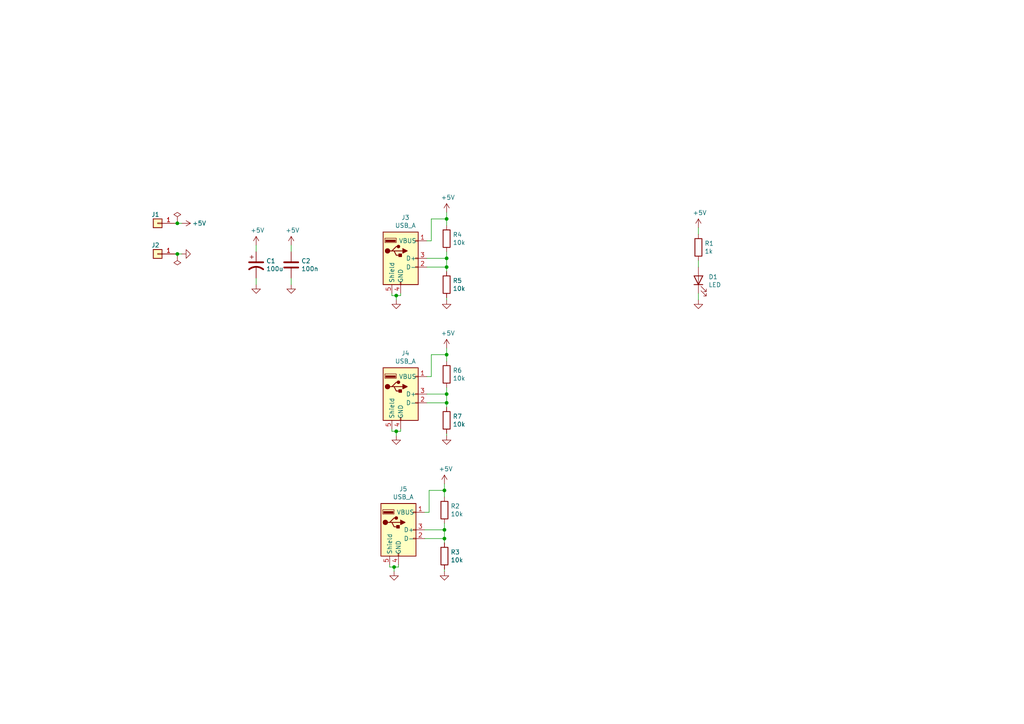
<source format=kicad_sch>
(kicad_sch (version 20200512) (host eeschema "(5.99.0-1879-g3bd4c0c5d)")
  (page 1 1)
  (paper "A4")
  (lib_symbols
    (symbol "Connector:USB_A"
      (property "Reference" "J" (at -5.08 11.43 0))
      (property "Value" "USB_A" (at -5.08 8.89 0))
      (symbol "USB_A_0_1"
        (circle (center -3.81 2.159) (radius 0.635) (stroke (width 0.254)) (fill (type outline)))
        (circle (center -0.635 3.429) (radius 0.381) (stroke (width 0.254)) (fill (type outline)))
        (rectangle (start -5.08 -7.62) (end 5.08 7.62) (stroke (width 0.254)) (fill (type background)))
        (rectangle (start -1.524 4.826) (end -4.318 5.334) (fill (type outline)))
        (rectangle (start -1.27 4.572) (end -4.572 5.842))
        (rectangle (start -0.127 -7.62) (end 0.127 -6.858))
        (rectangle (start 0.254 1.27) (end -0.508 0.508) (stroke (width 0.254)) (fill (type outline)))
        (rectangle (start 5.08 -2.667) (end 4.318 -2.413))
        (rectangle (start 5.08 -0.127) (end 4.318 0.127))
        (rectangle (start 5.08 4.953) (end 4.318 5.207))
        (polyline (pts (xy -3.175 2.159) (xy -2.54 2.159) (xy -1.27 3.429) (xy -0.635 3.429)) (stroke (width 0.254)))
        (polyline (pts (xy -2.54 2.159) (xy -1.905 2.159) (xy -1.27 0.889) (xy 0 0.889)) (stroke (width 0.254)))
        (polyline (pts (xy 0.635 2.794) (xy 0.635 1.524) (xy 1.905 2.159) (xy 0.635 2.794)) (stroke (width 0.254)) (fill (type outline)))
      )
      (symbol "USB_A_1_1"
        (polyline (pts (xy -1.905 2.159) (xy 0.635 2.159)) (stroke (width 0.254)))
        (pin power_in line (at 7.62 5.08 180) (length 2.54) (name "VBUS") (number "1"))
        (pin passive line (at 7.62 -2.54 180) (length 2.54) (name "D-") (number "2"))
        (pin passive line (at 7.62 0 180) (length 2.54) (name "D+") (number "3"))
        (pin power_in line (at 0 -10.16 90) (length 2.54) (name "GND") (number "4"))
        (pin passive line (at -2.54 -10.16 90) (length 2.54) (name "Shield") (number "5"))
      )
    )
    (symbol "Connector_Generic:Conn_01x01" (pin_names hide)
      (property "Reference" "J" (at 0 2.54 0))
      (property "Value" "Conn_01x01" (at 0 -2.54 0))
      (symbol "Conn_01x01_1_1"
        (rectangle (start -1.27 0.127) (end 0 -0.127))
        (rectangle (start -1.27 1.27) (end 1.27 -1.27) (stroke (width 0.254)) (fill (type background)))
        (pin passive line (at -5.08 0 0) (length 3.81) (name "Pin_1") (number "1"))
      )
    )
    (symbol "Device:C" (pin_numbers hide) (pin_names (offset 0.254))
      (property "Reference" "C" (at 0.635 2.54 0))
      (property "Value" "C" (at 0.635 -2.54 0))
      (symbol "C_0_1"
        (polyline (pts (xy -2.032 -0.762) (xy 2.032 -0.762)) (stroke (width 0.508)))
        (polyline (pts (xy -2.032 0.762) (xy 2.032 0.762)) (stroke (width 0.508)))
      )
      (symbol "C_1_1"
        (pin passive line (at 0 3.81 270) (length 2.794) (name "~") (number "1"))
        (pin passive line (at 0 -3.81 90) (length 2.794) (name "~") (number "2"))
      )
    )
    (symbol "Device:CP1" (pin_numbers hide) (pin_names (offset 0.254) hide)
      (property "Reference" "C" (at 0.635 2.54 0))
      (property "Value" "CP1" (at 0.635 -2.54 0))
      (symbol "CP1_0_1"
        (arc (start -2.032 -1.27) (end 2.032 -1.27) (radius (at 0 -3.81) (length 3.2512) (angles 128.7 51.3)) (stroke (width 0.508)))
        (polyline (pts (xy -2.032 0.762) (xy 2.032 0.762)) (stroke (width 0.508)))
        (polyline (pts (xy -1.778 2.286) (xy -0.762 2.286)))
        (polyline (pts (xy -1.27 1.778) (xy -1.27 2.794)))
      )
      (symbol "CP1_1_1"
        (pin passive line (at 0 3.81 270) (length 2.794) (name "~") (number "1"))
        (pin passive line (at 0 -3.81 90) (length 3.302) (name "~") (number "2"))
      )
    )
    (symbol "Device:LED" (pin_numbers hide) (pin_names hide)
      (property "Reference" "D" (at 0 2.54 0))
      (property "Value" "LED" (at 0 -2.54 0))
      (symbol "LED_0_1"
        (polyline (pts (xy -1.27 -1.27) (xy -1.27 1.27)) (stroke (width 0.254)))
        (polyline (pts (xy -1.27 0) (xy 1.27 0)))
        (polyline (pts (xy 1.27 -1.27) (xy 1.27 1.27) (xy -1.27 0) (xy 1.27 -1.27)) (stroke (width 0.254)))
        (polyline (pts (xy -3.048 -0.762) (xy -4.572 -2.286) (xy -3.81 -2.286) (xy -4.572 -2.286) (xy -4.572 -1.524)))
        (polyline (pts (xy -1.778 -0.762) (xy -3.302 -2.286) (xy -2.54 -2.286) (xy -3.302 -2.286) (xy -3.302 -1.524)))
      )
      (symbol "LED_1_1"
        (pin passive line (at -3.81 0 0) (length 2.54) (name "K") (number "1"))
        (pin passive line (at 3.81 0 180) (length 2.54) (name "A") (number "2"))
      )
    )
    (symbol "Device:R" (pin_numbers hide) (pin_names (offset 0))
      (property "Reference" "R" (at 2.032 0 90))
      (property "Value" "R" (at 0 0 90))
      (symbol "R_0_1"
        (rectangle (start -1.016 -2.54) (end 1.016 2.54) (stroke (width 0.254)))
      )
      (symbol "R_1_1"
        (pin passive line (at 0 3.81 270) (length 1.27) (name "~") (number "1"))
        (pin passive line (at 0 -3.81 90) (length 1.27) (name "~") (number "2"))
      )
    )
    (symbol "power:+5V" (power) (pin_names (offset 0))
      (property "Value" "+5V" (at 0 3.556 0))
      (symbol "+5V_0_1"
        (polyline (pts (xy -0.762 1.27) (xy 0 2.54)))
        (polyline (pts (xy 0 0) (xy 0 2.54)))
        (polyline (pts (xy 0 2.54) (xy 0.762 1.27)))
      )
      (symbol "+5V_1_1"
        (pin power_in line (at 0 0 90) (length 0) hide (name "+5V") (number "1"))
      )
    )
    (symbol "power:GND" (power) (pin_names (offset 0))
      (property "Value" "GND" (at 0 -3.81 0))
      (symbol "GND_0_1"
        (polyline (pts (xy 0 0) (xy 0 -1.27) (xy 1.27 -1.27) (xy 0 -2.54) (xy -1.27 -1.27) (xy 0 -1.27)))
      )
      (symbol "GND_1_1"
        (pin power_in line (at 0 0 270) (length 0) hide (name "GND") (number "1"))
      )
    )
    (symbol "power:PWR_FLAG" (power) (pin_numbers hide) (pin_names (offset 0) hide)
      (property "Value" "PWR_FLAG" (at 0 3.81 0))
      (symbol "PWR_FLAG_0_1"
        (polyline (pts (xy 0 0) (xy 0 1.27) (xy -1.016 1.905) (xy 0 2.54) (xy 1.016 1.905) (xy 0 1.27)))
      )
      (symbol "PWR_FLAG_0_0"
        (pin power_out line (at 0 0 90) (length 0) (name "pwr") (number "1"))
      )
    )
  )
  (junction (at 51.435 64.77))
  (junction (at 51.435 73.66))
  (junction (at 114.3 164.465))
  (junction (at 114.935 85.725))
  (junction (at 114.935 125.095))
  (junction (at 128.905 142.24))
  (junction (at 128.905 153.67))
  (junction (at 128.905 156.21))
  (junction (at 129.54 63.5))
  (junction (at 129.54 74.93))
  (junction (at 129.54 77.47))
  (junction (at 129.54 102.87))
  (junction (at 129.54 114.3))
  (junction (at 129.54 116.84))
  (wire (pts (xy 50.8 64.77) (xy 51.435 64.77)))
  (wire (pts (xy 50.8 73.66) (xy 51.435 73.66)))
  (wire (pts (xy 51.435 64.135) (xy 51.435 64.77)))
  (wire (pts (xy 51.435 64.77) (xy 52.705 64.77)))
  (wire (pts (xy 51.435 73.66) (xy 51.435 74.295)))
  (wire (pts (xy 51.435 73.66) (xy 52.705 73.66)))
  (wire (pts (xy 74.295 71.12) (xy 74.295 73.025)))
  (wire (pts (xy 74.295 80.645) (xy 74.295 82.55)))
  (wire (pts (xy 84.455 71.12) (xy 84.455 73.025)))
  (wire (pts (xy 84.455 80.645) (xy 84.455 82.55)))
  (wire (pts (xy 113.03 163.83) (xy 113.03 164.465)))
  (wire (pts (xy 113.03 164.465) (xy 114.3 164.465)))
  (wire (pts (xy 113.665 85.09) (xy 113.665 85.725)))
  (wire (pts (xy 113.665 85.725) (xy 114.935 85.725)))
  (wire (pts (xy 113.665 124.46) (xy 113.665 125.095)))
  (wire (pts (xy 113.665 125.095) (xy 114.935 125.095)))
  (wire (pts (xy 114.3 164.465) (xy 114.3 165.735)))
  (wire (pts (xy 114.3 164.465) (xy 115.57 164.465)))
  (wire (pts (xy 114.935 85.725) (xy 114.935 86.995)))
  (wire (pts (xy 114.935 85.725) (xy 116.205 85.725)))
  (wire (pts (xy 114.935 125.095) (xy 114.935 126.365)))
  (wire (pts (xy 114.935 125.095) (xy 116.205 125.095)))
  (wire (pts (xy 115.57 164.465) (xy 115.57 163.83)))
  (wire (pts (xy 116.205 85.725) (xy 116.205 85.09)))
  (wire (pts (xy 116.205 125.095) (xy 116.205 124.46)))
  (wire (pts (xy 123.19 148.59) (xy 124.46 148.59)))
  (wire (pts (xy 123.19 153.67) (xy 128.905 153.67)))
  (wire (pts (xy 123.19 156.21) (xy 128.905 156.21)))
  (wire (pts (xy 123.825 69.85) (xy 125.095 69.85)))
  (wire (pts (xy 123.825 74.93) (xy 129.54 74.93)))
  (wire (pts (xy 123.825 77.47) (xy 129.54 77.47)))
  (wire (pts (xy 123.825 109.22) (xy 125.095 109.22)))
  (wire (pts (xy 123.825 114.3) (xy 129.54 114.3)))
  (wire (pts (xy 123.825 116.84) (xy 129.54 116.84)))
  (wire (pts (xy 124.46 142.24) (xy 124.46 148.59)))
  (wire (pts (xy 125.095 63.5) (xy 125.095 69.85)))
  (wire (pts (xy 125.095 102.87) (xy 125.095 109.22)))
  (wire (pts (xy 128.905 140.335) (xy 128.905 142.24)))
  (wire (pts (xy 128.905 142.24) (xy 124.46 142.24)))
  (wire (pts (xy 128.905 142.24) (xy 128.905 144.145)))
  (wire (pts (xy 128.905 151.765) (xy 128.905 153.67)))
  (wire (pts (xy 128.905 153.67) (xy 128.905 156.21)))
  (wire (pts (xy 128.905 156.21) (xy 128.905 157.48)))
  (wire (pts (xy 128.905 165.1) (xy 128.905 165.735)))
  (wire (pts (xy 129.54 61.595) (xy 129.54 63.5)))
  (wire (pts (xy 129.54 63.5) (xy 125.095 63.5)))
  (wire (pts (xy 129.54 63.5) (xy 129.54 65.405)))
  (wire (pts (xy 129.54 73.025) (xy 129.54 74.93)))
  (wire (pts (xy 129.54 74.93) (xy 129.54 77.47)))
  (wire (pts (xy 129.54 77.47) (xy 129.54 78.74)))
  (wire (pts (xy 129.54 86.36) (xy 129.54 86.995)))
  (wire (pts (xy 129.54 100.965) (xy 129.54 102.87)))
  (wire (pts (xy 129.54 102.87) (xy 125.095 102.87)))
  (wire (pts (xy 129.54 102.87) (xy 129.54 104.775)))
  (wire (pts (xy 129.54 112.395) (xy 129.54 114.3)))
  (wire (pts (xy 129.54 114.3) (xy 129.54 116.84)))
  (wire (pts (xy 129.54 116.84) (xy 129.54 118.11)))
  (wire (pts (xy 129.54 125.73) (xy 129.54 126.365)))
  (wire (pts (xy 202.565 66.04) (xy 202.565 67.945)))
  (wire (pts (xy 202.565 75.565) (xy 202.565 77.47)))
  (wire (pts (xy 202.565 85.09) (xy 202.565 86.995)))
  (symbol (lib_id "power:PWR_FLAG") (at 51.435 64.135 0) (unit 1)
    (property "Reference" "#FLG0101" (effects hide))
    (property "Value" "PWR_FLAG" (effects hide))
  )
  (symbol (lib_id "power:PWR_FLAG") (at 51.435 74.295 180) (unit 1)
    (property "Reference" "#FLG0102" (effects hide))
    (property "Value" "PWR_FLAG" (effects hide))
  )
  (symbol (lib_id "power:+5V") (at 52.705 64.77 270) (unit 1)
    (property "Reference" "#PWR0103" (effects hide))
    (property "Value" "+5V" (at 57.785 64.77 90))
  )
  (symbol (lib_id "power:+5V") (at 74.295 71.12 0) (unit 1)
    (property "Reference" "#PWR0101" (effects hide))
    (property "Value" "+5V" (at 74.676 66.802 0))
  )
  (symbol (lib_id "power:+5V") (at 84.455 71.12 0) (unit 1)
    (property "Reference" "#PWR0102" (effects hide))
    (property "Value" "+5V" (at 84.836 66.802 0))
  )
  (symbol (lib_id "power:+5V") (at 128.905 140.335 0) (unit 1)
    (property "Reference" "#PWR0110" (effects hide))
    (property "Value" "+5V" (at 129.286 136.017 0))
  )
  (symbol (lib_id "power:+5V") (at 129.54 61.595 0) (unit 1)
    (property "Reference" "#PWR0114" (effects hide))
    (property "Value" "+5V" (at 129.921 57.277 0))
  )
  (symbol (lib_id "power:+5V") (at 129.54 100.965 0) (unit 1)
    (property "Reference" "#PWR0107" (effects hide))
    (property "Value" "+5V" (at 129.921 96.647 0))
  )
  (symbol (lib_id "power:+5V") (at 202.565 66.04 0) (unit 1)
    (property "Reference" "#PWR0112" (effects hide))
    (property "Value" "+5V" (at 202.946 61.722 0))
  )
  (symbol (lib_id "power:GND") (at 52.705 73.66 90) (unit 1)
    (property "Reference" "#PWR0104" (effects hide))
    (property "Value" "GND" (effects hide))
  )
  (symbol (lib_id "power:GND") (at 74.295 82.55 0) (unit 1)
    (property "Reference" "#PWR0106" (effects hide))
    (property "Value" "GND" (effects hide))
  )
  (symbol (lib_id "power:GND") (at 84.455 82.55 0) (unit 1)
    (property "Reference" "#PWR0105" (effects hide))
    (property "Value" "GND" (effects hide))
  )
  (symbol (lib_id "power:GND") (at 114.3 165.735 0) (unit 1)
    (property "Reference" "#PWR0108" (effects hide))
    (property "Value" "GND" (effects hide))
  )
  (symbol (lib_id "power:GND") (at 114.935 86.995 0) (unit 1)
    (property "Reference" "#PWR0111" (effects hide))
    (property "Value" "GND" (effects hide))
  )
  (symbol (lib_id "power:GND") (at 114.935 126.365 0) (unit 1)
    (property "Reference" "#PWR0116" (effects hide))
    (property "Value" "GND" (effects hide))
  )
  (symbol (lib_id "power:GND") (at 128.905 165.735 0) (unit 1)
    (property "Reference" "#PWR0109" (effects hide))
    (property "Value" "GND" (effects hide))
  )
  (symbol (lib_id "power:GND") (at 129.54 86.995 0) (unit 1)
    (property "Reference" "#PWR0117" (effects hide))
    (property "Value" "GND" (effects hide))
  )
  (symbol (lib_id "power:GND") (at 129.54 126.365 0) (unit 1)
    (property "Reference" "#PWR0115" (effects hide))
    (property "Value" "GND" (effects hide))
  )
  (symbol (lib_id "power:GND") (at 202.565 86.995 0) (unit 1)
    (property "Reference" "#PWR0113" (effects hide))
    (property "Value" "GND" (effects hide))
  )
  (symbol (lib_id "Device:R") (at 128.905 147.955 0) (unit 1)
    (property "Reference" "R2" (at 130.683 146.812 0) (effects (justify left)))
    (property "Value" "10k" (at 130.683 149.098 0) (effects (justify left)))
    (property "Footprint" "Resistor_SMD:R_0805_2012Metric_Pad1.15x1.40mm_HandSolder" (effects hide))
  )
  (symbol (lib_id "Device:R") (at 128.905 161.29 0) (unit 1)
    (property "Reference" "R3" (at 130.683 160.147 0) (effects (justify left)))
    (property "Value" "10k" (at 130.683 162.433 0) (effects (justify left)))
    (property "Footprint" "Resistor_SMD:R_0805_2012Metric_Pad1.15x1.40mm_HandSolder" (effects hide))
  )
  (symbol (lib_id "Device:R") (at 129.54 69.215 0) (unit 1)
    (property "Reference" "R4" (at 131.318 68.072 0) (effects (justify left)))
    (property "Value" "10k" (at 131.318 70.358 0) (effects (justify left)))
    (property "Footprint" "Resistor_SMD:R_0805_2012Metric_Pad1.15x1.40mm_HandSolder" (effects hide))
  )
  (symbol (lib_id "Device:R") (at 129.54 82.55 0) (unit 1)
    (property "Reference" "R5" (at 131.318 81.407 0) (effects (justify left)))
    (property "Value" "10k" (at 131.318 83.693 0) (effects (justify left)))
    (property "Footprint" "Resistor_SMD:R_0805_2012Metric_Pad1.15x1.40mm_HandSolder" (effects hide))
  )
  (symbol (lib_id "Device:R") (at 129.54 108.585 0) (unit 1)
    (property "Reference" "R6" (at 131.318 107.442 0) (effects (justify left)))
    (property "Value" "10k" (at 131.318 109.728 0) (effects (justify left)))
    (property "Footprint" "Resistor_SMD:R_0805_2012Metric_Pad1.15x1.40mm_HandSolder" (effects hide))
  )
  (symbol (lib_id "Device:R") (at 129.54 121.92 0) (unit 1)
    (property "Reference" "R7" (at 131.318 120.777 0) (effects (justify left)))
    (property "Value" "10k" (at 131.318 123.063 0) (effects (justify left)))
    (property "Footprint" "Resistor_SMD:R_0805_2012Metric_Pad1.15x1.40mm_HandSolder" (effects hide))
  )
  (symbol (lib_id "Device:R") (at 202.565 71.755 0) (unit 1)
    (property "Reference" "R1" (at 204.343 70.612 0) (effects (justify left)))
    (property "Value" "1k" (at 204.343 72.898 0) (effects (justify left)))
    (property "Footprint" "Resistor_SMD:R_0805_2012Metric_Pad1.15x1.40mm_HandSolder" (effects hide))
  )
  (symbol (lib_id "Connector_Generic:Conn_01x01") (at 45.72 64.77 180) (unit 1)
    (property "Reference" "J1" (at 45.085 62.23 0))
    (property "Value" "IN_5V" (effects hide))
    (property "Footprint" "connectors:1PIN_DG306" (effects hide))
    (property "shop" "https://store.comet.bg/Catalogue/Product/5867/" (effects hide))
  )
  (symbol (lib_id "Connector_Generic:Conn_01x01") (at 45.72 73.66 180) (unit 1)
    (property "Reference" "J2" (at 45.085 71.12 0))
    (property "Value" "IN_5V" (effects hide))
    (property "Footprint" "connectors:1PIN_DG306" (effects hide))
    (property "shop" "https://store.comet.bg/Catalogue/Product/5867/" (effects hide))
  )
  (symbol (lib_id "Device:LED") (at 202.565 81.28 90) (unit 1)
    (property "Reference" "D1" (at 205.486 80.3148 90) (effects (justify right)))
    (property "Value" "LED" (at 205.486 82.6262 90) (effects (justify right)))
    (property "Footprint" "LED_THT:LED_D5.0mm" (effects hide))
  )
  (symbol (lib_id "Device:CP1") (at 74.295 76.835 0) (unit 1)
    (property "Reference" "C1" (at 77.216 75.692 0) (effects (justify left)))
    (property "Value" "100u" (at 77.216 77.978 0) (effects (justify left)))
    (property "Footprint" "Capacitor_THT:CP_Radial_D6.3mm_P2.50mm" (effects hide))
  )
  (symbol (lib_id "Device:C") (at 84.455 76.835 0) (unit 1)
    (property "Reference" "C2" (at 87.376 75.692 0) (effects (justify left)))
    (property "Value" "100n" (at 87.376 77.978 0) (effects (justify left)))
    (property "Footprint" "Capacitor_SMD:C_0805_2012Metric_Pad1.15x1.40mm_HandSolder" (effects hide))
  )
  (symbol (lib_id "Connector:USB_A") (at 115.57 153.67 0) (unit 1)
    (property "Reference" "J5" (at 116.967 141.834 0))
    (property "Value" "USB_A" (at 116.967 144.145 0))
    (property "Footprint" "usb_connectors:USB_A_CVILUX_VERTICAL" (effects hide))
    (property "Datasheet" " ~" (effects hide))
    (property "shop" "https://store.comet.bg/Catalogue/Product/16200/#e30%3D" (effects hide))
  )
  (symbol (lib_id "Connector:USB_A") (at 116.205 74.93 0) (unit 1)
    (property "Reference" "J3" (at 117.602 63.0936 0))
    (property "Value" "USB_A" (at 117.602 65.405 0))
    (property "Footprint" "usb_connectors:USB_A_CVILUX_VERTICAL" (effects hide))
    (property "Datasheet" " ~" (effects hide))
    (property "shop" "https://store.comet.bg/Catalogue/Product/16200/#e30%3D" (effects hide))
  )
  (symbol (lib_id "Connector:USB_A") (at 116.205 114.3 0) (unit 1)
    (property "Reference" "J4" (at 117.602 102.464 0))
    (property "Value" "USB_A" (at 117.602 104.775 0))
    (property "Footprint" "usb_connectors:USB_A_CVILUX_VERTICAL" (effects hide))
    (property "Datasheet" " ~" (effects hide))
    (property "shop" "https://store.comet.bg/Catalogue/Product/16200/#e30%3D" (effects hide))
  )
)
</source>
